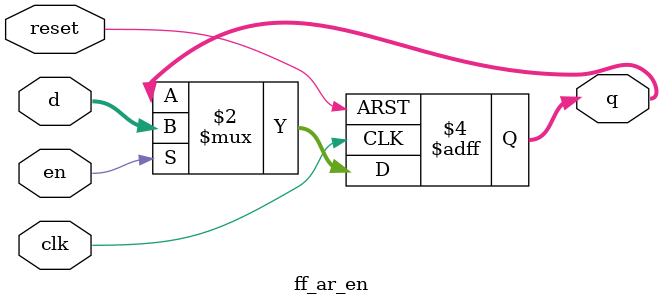
<source format=sv>
/** 
 * Flip-flop with asynchronous reset and enable
 */
module ff_ar_en(input logic        clk, reset, en,
                input logic [3:0]  d,
                output logic [3:0] q);
   always_ff@(posedge clk, posedge reset)
     begin
        if (reset) q <= '0;
        else if (en) q <= d;
     end
   
endmodule // ff_ar_en

</source>
